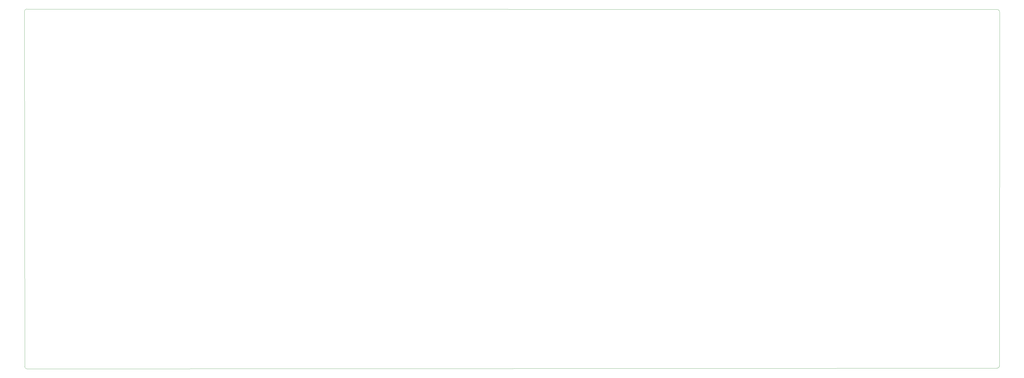
<source format=gbr>
%TF.GenerationSoftware,KiCad,Pcbnew,9.0.2*%
%TF.CreationDate,2025-06-10T11:05:31+05:30*%
%TF.ProjectId,RoyBoard,526f7942-6f61-4726-942e-6b696361645f,rev?*%
%TF.SameCoordinates,Original*%
%TF.FileFunction,Profile,NP*%
%FSLAX46Y46*%
G04 Gerber Fmt 4.6, Leading zero omitted, Abs format (unit mm)*
G04 Created by KiCad (PCBNEW 9.0.2) date 2025-06-10 11:05:31*
%MOMM*%
%LPD*%
G01*
G04 APERTURE LIST*
%TA.AperFunction,Profile*%
%ADD10C,0.050000*%
%TD*%
G04 APERTURE END LIST*
D10*
X33895000Y-33079999D02*
G75*
G02*
X34848829Y-32117281I923700J38699D01*
G01*
X403341953Y-167500634D02*
X403398327Y-33226876D01*
X34964378Y-168746953D02*
G75*
G02*
X34001730Y-167793126I-38678J923653D01*
G01*
X403341953Y-167500622D02*
G75*
G02*
X402388126Y-168463270I-923653J-38678D01*
G01*
X34964378Y-168746952D02*
X402388124Y-168463327D01*
X402435622Y-32273047D02*
G75*
G02*
X403398270Y-33226874I38678J-923653D01*
G01*
X33895001Y-33080000D02*
X34001673Y-167793124D01*
X402435634Y-32273047D02*
X34848829Y-32117282D01*
M02*

</source>
